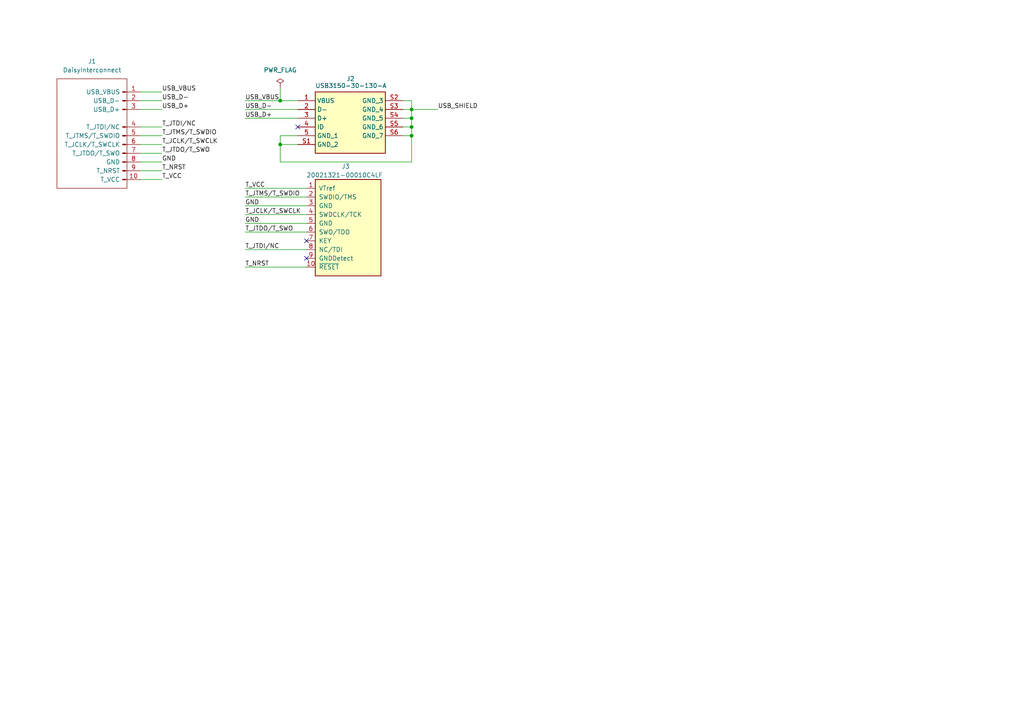
<source format=kicad_sch>
(kicad_sch (version 20230121) (generator eeschema)
  (paper "A4")
  (lib_symbols
    (symbol "DaisyInterconnect:Conn_ARM_JTAG_SWD_10" (pin_names (offset 1.016))
      (property "Reference" "J" (at 15.24 30.48 0))
      (property "Value" "20021321-00010C4LF" (at 25.4 27.94 0))
      (symbol "Conn_ARM_JTAG_SWD_10_0_1"
        (rectangle (start 3.81 26.67) (end 22.86 -1.27) (stroke (width 0.254)) (fill (type background)))
      )
      (symbol "Conn_ARM_JTAG_SWD_10_1_1"
        (pin passive line (at 25.4 24.13 180) (length 2.54) (name "VTref") (number "1"))
        (pin passive line (at 25.4 1.27 180) (length 2.54) (name "~{RESET}") (number "10"))
        (pin passive line (at 25.4 21.59 180) (length 2.54) (name "SWDIO/TMS") (number "2"))
        (pin passive line (at 25.4 19.05 180) (length 2.54) (name "GND") (number "3"))
        (pin passive line (at 25.4 16.51 180) (length 2.54) (name "SWDCLK/TCK") (number "4"))
        (pin passive line (at 25.4 13.97 180) (length 2.54) (name "GND") (number "5"))
        (pin passive line (at 25.4 11.43 180) (length 2.54) (name "SWO/TDO") (number "6"))
        (pin passive line (at 25.4 8.89 180) (length 2.54) (name "KEY") (number "7"))
        (pin passive line (at 25.4 6.35 180) (length 2.54) (name "NC/TDI") (number "8"))
        (pin passive line (at 25.4 3.81 180) (length 2.54) (name "GNDDetect") (number "9"))
      )
    )
    (symbol "DaisyInterconnect:DaisyInterconnect" (pin_names (offset 2))
      (property "Reference" "J" (at 0 19.05 0))
      (property "Value" "DaisyInterconnect" (at 0 -17.78 0))
      (symbol "DaisyInterconnect_0_1"
        (rectangle (start -10.16 16.51) (end 10.16 -15.24))
      )
      (symbol "DaisyInterconnect_1_1"
        (polyline (pts (xy 10.16 -12.7) (xy 9.7536 -12.7)) (stroke (width 0.1524)))
        (polyline (pts (xy 10.16 -10.16) (xy 9.7536 -10.16)) (stroke (width 0.1524)))
        (polyline (pts (xy 10.16 -7.62) (xy 9.7536 -7.62)) (stroke (width 0.1524)))
        (polyline (pts (xy 10.16 -5.08) (xy 9.7536 -5.08)) (stroke (width 0.1524)))
        (polyline (pts (xy 10.16 -2.54) (xy 9.7536 -2.54)) (stroke (width 0.1524)))
        (polyline (pts (xy 10.16 0) (xy 9.7536 0)) (stroke (width 0.1524)))
        (polyline (pts (xy 10.16 2.54) (xy 9.7536 2.54)) (stroke (width 0.1524)))
        (polyline (pts (xy 10.16 7.62) (xy 9.7536 7.62)) (stroke (width 0.1524)))
        (polyline (pts (xy 10.16 10.16) (xy 9.7536 10.16)) (stroke (width 0.1524)))
        (polyline (pts (xy 10.16 12.7) (xy 9.7536 12.7)) (stroke (width 0.1524)))
        (rectangle (start 8.89 -12.573) (end 9.7536 -12.827) (stroke (width 0.1524)) (fill (type outline)))
        (rectangle (start 8.89 10.287) (end 9.7536 10.033) (stroke (width 0.1524)) (fill (type outline)))
        (rectangle (start 8.8951 12.8272) (end 9.7587 12.5732) (stroke (width 0.1524)) (fill (type outline)))
        (rectangle (start 9.7536 -10.033) (end 8.89 -10.287) (stroke (width 0.1524)) (fill (type outline)))
        (rectangle (start 9.7536 -7.493) (end 8.89 -7.747) (stroke (width 0.1524)) (fill (type outline)))
        (rectangle (start 9.7536 -4.953) (end 8.89 -5.207) (stroke (width 0.1524)) (fill (type outline)))
        (rectangle (start 9.7536 -2.413) (end 8.89 -2.667) (stroke (width 0.1524)) (fill (type outline)))
        (rectangle (start 9.7536 0.127) (end 8.89 -0.127) (stroke (width 0.1524)) (fill (type outline)))
        (rectangle (start 9.7536 2.667) (end 8.89 2.413) (stroke (width 0.1524)) (fill (type outline)))
        (rectangle (start 9.7536 7.747) (end 8.89 7.493) (stroke (width 0.1524)) (fill (type outline)))
        (pin power_in line (at 13.97 12.7 180) (length 3.81) (name "USB_VBUS") (number "1"))
        (pin power_out line (at 13.97 -12.7 180) (length 3.81) (name "T_VCC") (number "10"))
        (pin bidirectional line (at 13.97 10.16 180) (length 3.81) (name "USB_D-") (number "2"))
        (pin bidirectional line (at 13.97 7.62 180) (length 3.81) (name "USB_D+") (number "3"))
        (pin passive line (at 13.97 2.54 180) (length 3.81) (name "T_JTDI/NC") (number "4"))
        (pin passive line (at 13.97 0 180) (length 3.81) (name "T_JTMS/T_SWDIO") (number "5"))
        (pin passive line (at 13.97 -2.54 180) (length 3.81) (name "T_JCLK/T_SWCLK") (number "6"))
        (pin passive line (at 13.97 -5.08 180) (length 3.81) (name "T_JTDO/T_SWO") (number "7"))
        (pin passive line (at 13.97 -7.62 180) (length 3.81) (name "GND") (number "8"))
        (pin passive line (at 13.97 -10.16 180) (length 3.81) (name "T_NRST") (number "9"))
      )
    )
    (symbol "DaisyInterconnect:USB3150-30-130-A"
      (property "Reference" "J" (at 26.67 7.62 0))
      (property "Value" "USB3150-30-130-A" (at 26.67 5.08 0))
      (symbol "USB3150-30-130-A_1_1"
        (rectangle (start 5.08 2.54) (end 25.4 -15.24) (stroke (width 0.254)) (fill (type background)))
        (pin passive line (at 0 0 0) (length 5.08) (name "VBUS") (number "1"))
        (pin passive line (at 0 -2.54 0) (length 5.08) (name "D-") (number "2"))
        (pin passive line (at 0 -5.08 0) (length 5.08) (name "D+") (number "3"))
        (pin passive line (at 0 -7.62 0) (length 5.08) (name "ID") (number "4"))
        (pin passive line (at 0 -10.16 0) (length 5.08) (name "GND_1") (number "5"))
        (pin passive line (at 0 -12.7 0) (length 5.08) (name "GND_2") (number "S1"))
        (pin passive line (at 30.48 0 180) (length 5.08) (name "GND_3") (number "S2"))
        (pin passive line (at 30.48 -2.54 180) (length 5.08) (name "GND_4") (number "S3"))
        (pin passive line (at 30.48 -5.08 180) (length 5.08) (name "GND_5") (number "S4"))
        (pin passive line (at 30.48 -7.62 180) (length 5.08) (name "GND_6") (number "S5"))
        (pin passive line (at 30.48 -10.16 180) (length 5.08) (name "GND_7") (number "S6"))
      )
    )
    (symbol "power:PWR_FLAG" (power) (pin_numbers hide) (pin_names (offset 0) hide)
      (property "Value" "PWR_FLAG" (at 0 3.81 0))
      (symbol "PWR_FLAG_0_0"
        (pin power_out line (at 0 0 90) (length 0) (name "pwr") (number "1"))
      )
      (symbol "PWR_FLAG_0_1"
        (polyline (pts (xy 0 0) (xy 0 1.27) (xy -1.016 1.905) (xy 0 2.54) (xy 1.016 1.905) (xy 0 1.27)))
      )
    )
  )
  (junction (at 119.38 34.29))
  (junction (at 119.38 36.83))
  (junction (at 81.28 41.91))
  (junction (at 119.38 31.75))
  (junction (at 119.38 39.37))
  (junction (at 81.28 29.21))
  (no_connect (at 86.36 36.83))
  (no_connect (at 88.9 69.85))
  (no_connect (at 88.9 74.93))
  (wire (pts (xy 119.38 39.37) (xy 119.38 36.83)))
  (wire (pts (xy 116.84 36.83) (xy 119.38 36.83)))
  (wire (pts (xy 71.12 54.61) (xy 88.9 54.61)))
  (wire (pts (xy 40.64 49.53) (xy 46.99 49.53)))
  (wire (pts (xy 81.28 41.91) (xy 81.28 46.99)))
  (wire (pts (xy 71.12 34.29) (xy 86.36 34.29)))
  (wire (pts (xy 119.38 34.29) (xy 119.38 31.75)))
  (wire (pts (xy 119.38 31.75) (xy 119.38 29.21)))
  (wire (pts (xy 40.64 52.07) (xy 46.99 52.07)))
  (wire (pts (xy 40.64 29.21) (xy 46.99 29.21)))
  (wire (pts (xy 86.36 29.21) (xy 81.28 29.21)))
  (wire (pts (xy 71.12 57.15) (xy 88.9 57.15)))
  (wire (pts (xy 71.12 31.75) (xy 86.36 31.75)))
  (wire (pts (xy 71.12 72.39) (xy 88.9 72.39)))
  (wire (pts (xy 116.84 39.37) (xy 119.38 39.37)))
  (wire (pts (xy 81.28 41.91) (xy 86.36 41.91)))
  (wire (pts (xy 81.28 46.99) (xy 119.38 46.99)))
  (wire (pts (xy 81.28 39.37) (xy 81.28 41.91)))
  (wire (pts (xy 40.64 44.45) (xy 46.99 44.45)))
  (wire (pts (xy 71.12 62.23) (xy 88.9 62.23)))
  (wire (pts (xy 40.64 46.99) (xy 46.99 46.99)))
  (wire (pts (xy 40.64 36.83) (xy 46.99 36.83)))
  (wire (pts (xy 119.38 46.99) (xy 119.38 39.37)))
  (wire (pts (xy 119.38 36.83) (xy 119.38 34.29)))
  (wire (pts (xy 86.36 39.37) (xy 81.28 39.37)))
  (wire (pts (xy 81.28 25.4) (xy 81.28 29.21)))
  (wire (pts (xy 71.12 77.47) (xy 88.9 77.47)))
  (wire (pts (xy 40.64 31.75) (xy 46.99 31.75)))
  (wire (pts (xy 119.38 29.21) (xy 116.84 29.21)))
  (wire (pts (xy 40.64 41.91) (xy 46.99 41.91)))
  (wire (pts (xy 40.64 39.37) (xy 46.99 39.37)))
  (wire (pts (xy 71.12 59.69) (xy 88.9 59.69)))
  (wire (pts (xy 71.12 64.77) (xy 88.9 64.77)))
  (wire (pts (xy 116.84 34.29) (xy 119.38 34.29)))
  (wire (pts (xy 116.84 31.75) (xy 119.38 31.75)))
  (wire (pts (xy 71.12 29.21) (xy 81.28 29.21)))
  (wire (pts (xy 40.64 26.67) (xy 46.99 26.67)))
  (wire (pts (xy 71.12 67.31) (xy 88.9 67.31)))
  (wire (pts (xy 119.38 31.75) (xy 127 31.75)))
  (label "GND" (at 71.12 64.77 0))
  (label "T_JCLK{slash}T_SWCLK" (at 71.12 62.23 0))
  (label "USB_D-" (at 71.12 31.75 0))
  (label "T_JTDO{slash}T_SWO" (at 71.12 67.31 0))
  (label "USB_SHIELD" (at 127 31.75 0))
  (label "T_JTDI{slash}NC" (at 46.99 36.83 0))
  (label "USB_D-" (at 46.99 29.21 0))
  (label "T_JTDI{slash}NC" (at 71.12 72.39 0))
  (label "USB_D+" (at 46.99 31.75 0))
  (label "T_JCLK{slash}T_SWCLK" (at 46.99 41.91 0))
  (label "T_JTDO{slash}T_SWO" (at 46.99 44.45 0))
  (label "USB_VBUS" (at 71.12 29.21 0))
  (label "T_VCC" (at 71.12 54.61 0))
  (label "GND" (at 46.99 46.99 0))
  (label "T_NRST" (at 46.99 49.53 0))
  (label "T_JTMS{slash}T_SWDIO" (at 46.99 39.37 0))
  (label "T_JTMS{slash}T_SWDIO" (at 71.12 57.15 0))
  (label "GND" (at 71.12 59.69 0))
  (label "USB_VBUS" (at 46.99 26.67 0))
  (label "T_NRST" (at 71.12 77.47 0))
  (label "T_VCC" (at 46.99 52.07 0))
  (label "USB_D+" (at 71.12 34.29 0))
  (symbol (lib_id "DaisyInterconnect:Conn_ARM_JTAG_SWD_10") (at 114.3 78.74 0) (mirror y) (unit 1)
    (property "Reference" "J3" (at 99.06 48.26 0) (effects (justify right)))
    (property "Value" "20021321-00010C4LF" (at 88.9 50.8 0) (effects (justify right)))
    (property "Footprint" "DaisyInterconnect:2x05_P1.27mm" (effects hide))
    (property "Datasheet" "https://cdn.amphenol-cs.com/media/wysiwyg/files/drawing/20021321.pdf" (effects hide))
    (property "MPN" "20021321-00010C4LF" (effects hide))
  )
  (symbol (lib_id "DaisyInterconnect:USB3150-30-130-A") (at 86.36 29.21 0) (unit 1)
    (property "Reference" "J2" (at 102.87 22.86 0) (effects (justify right)))
    (property "Value" "USB3150-30-130-A" (at 91.44 24.13 0) (effects (justify left top)))
    (property "Footprint" "DaisyInterconnect:USB315030130A" (effects hide))
    (property "Datasheet" "https://gct.co/files/drawings/usb3150.pdf" (effects hide))
    (property "Height" "7.23" (effects hide))
    (property "Manufacturer_Name" "GLOBAL CONNECTOR TECHNOLOGY" (effects hide))
    (property "Manufacturer_Part_Number" "USB3150-30-130-A" (effects hide))
  )
  (symbol (lib_id "DaisyInterconnect:DaisyInterconnect") (at 26.67 39.37 0) (unit 1)
    (property "Reference" "J1" (at 26.7081 17.78 0))
    (property "Value" "DaisyInterconnect" (at 26.7081 20.32 0))
    (property "Footprint" "DaisyInterconnect:DaisyInterconnect" (effects hide))
  )
  (symbol (lib_id "power:PWR_FLAG") (at 81.28 25.4 0) (unit 1)
    (property "Reference" "#FLG01" (effects hide))
    (property "Value" "PWR_FLAG" (at 81.28 20.32 0))
  )
)
</source>
